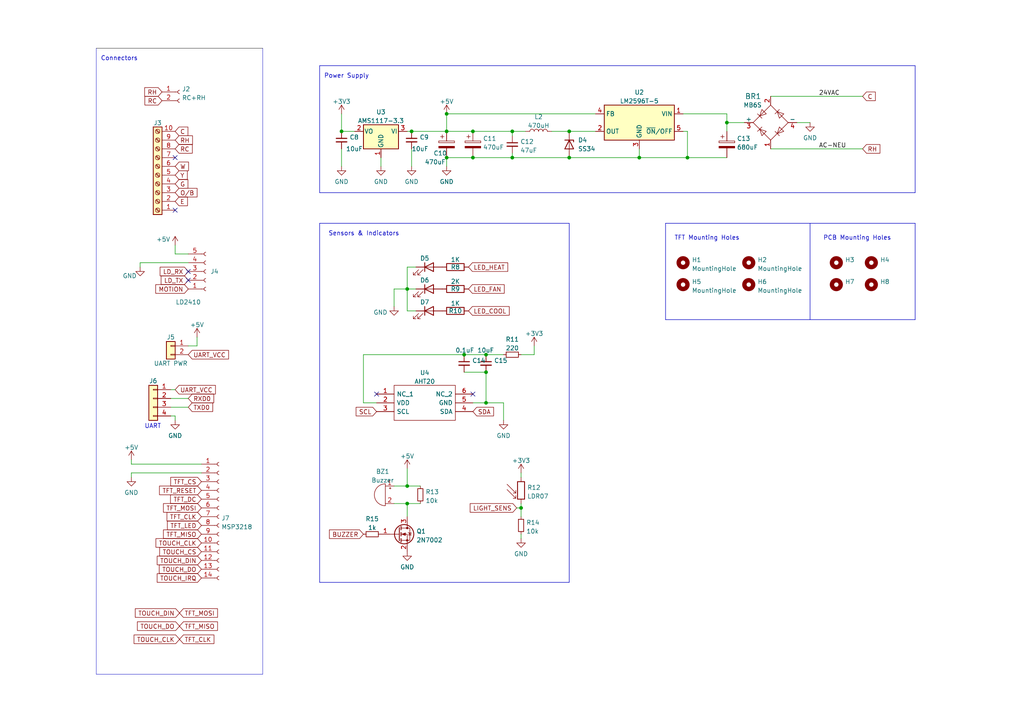
<source format=kicad_sch>
(kicad_sch (version 20211123) (generator eeschema)
  (paper "A4")
  (lib_symbols
    (symbol "+3V3_1" (power) (pin_names (offset 0))
      (property "Value" "+3V3_1" (at 0 3.556 0))
      (symbol "+3V3_1_0_1"
        (polyline (pts (xy -0.762 1.27) (xy 0 2.54)))
        (polyline (pts (xy 0 0) (xy 0 2.54)))
        (polyline (pts (xy 0 2.54) (xy 0.762 1.27)))
      )
      (symbol "+3V3_1_1_1"
        (pin power_in line (at 0 0 90) (length 0) hide (name "+3V3") (number "1"))
      )
    )
    (symbol "Connector:Conn_01x02_Female" (pin_names (offset 1.016) hide)
      (property "Reference" "J" (at 0 2.54 0))
      (property "Value" "Conn_01x02_Female" (at 0 -5.08 0))
      (symbol "Conn_01x02_Female_1_1"
        (arc (start 0 -2.032) (mid -0.508 -2.54) (end 0 -3.048) (stroke (width 0.1524)))
        (polyline (pts (xy -1.27 -2.54) (xy -0.508 -2.54)) (stroke (width 0.1524)))
        (polyline (pts (xy -1.27 0) (xy -0.508 0)) (stroke (width 0.1524)))
        (arc (start 0 0.508) (mid -0.508 0) (end 0 -0.508) (stroke (width 0.1524)))
        (pin passive line (at -5.08 0 0) (length 3.81) (name "Pin_1") (number "1"))
        (pin passive line (at -5.08 -2.54 0) (length 3.81) (name "Pin_2") (number "2"))
      )
    )
    (symbol "Connector:Conn_01x05_Female" (pin_names (offset 1.016) hide)
      (property "Reference" "J" (at 0 7.62 0))
      (property "Value" "Conn_01x05_Female" (at 0 -7.62 0))
      (symbol "Conn_01x05_Female_1_1"
        (arc (start 0 -4.572) (mid -0.508 -5.08) (end 0 -5.588) (stroke (width 0.1524)))
        (arc (start 0 -2.032) (mid -0.508 -2.54) (end 0 -3.048) (stroke (width 0.1524)))
        (polyline (pts (xy -1.27 -5.08) (xy -0.508 -5.08)) (stroke (width 0.1524)))
        (polyline (pts (xy -1.27 -2.54) (xy -0.508 -2.54)) (stroke (width 0.1524)))
        (polyline (pts (xy -1.27 0) (xy -0.508 0)) (stroke (width 0.1524)))
        (polyline (pts (xy -1.27 2.54) (xy -0.508 2.54)) (stroke (width 0.1524)))
        (polyline (pts (xy -1.27 5.08) (xy -0.508 5.08)) (stroke (width 0.1524)))
        (arc (start 0 0.508) (mid -0.508 0) (end 0 -0.508) (stroke (width 0.1524)))
        (arc (start 0 3.048) (mid -0.508 2.54) (end 0 2.032) (stroke (width 0.1524)))
        (arc (start 0 5.588) (mid -0.508 5.08) (end 0 4.572) (stroke (width 0.1524)))
        (pin passive line (at -5.08 5.08 0) (length 3.81) (name "Pin_1") (number "1"))
        (pin passive line (at -5.08 2.54 0) (length 3.81) (name "Pin_2") (number "2"))
        (pin passive line (at -5.08 0 0) (length 3.81) (name "Pin_3") (number "3"))
        (pin passive line (at -5.08 -2.54 0) (length 3.81) (name "Pin_4") (number "4"))
        (pin passive line (at -5.08 -5.08 0) (length 3.81) (name "Pin_5") (number "5"))
      )
    )
    (symbol "Connector:Conn_01x14_Female" (pin_names (offset 1.016) hide)
      (property "Reference" "J" (at 0 17.78 0))
      (property "Value" "Conn_01x14_Female" (at 0 -20.32 0))
      (symbol "Conn_01x14_Female_1_1"
        (arc (start 0 -17.272) (mid -0.508 -17.78) (end 0 -18.288) (stroke (width 0.1524)))
        (arc (start 0 -14.732) (mid -0.508 -15.24) (end 0 -15.748) (stroke (width 0.1524)))
        (arc (start 0 -12.192) (mid -0.508 -12.7) (end 0 -13.208) (stroke (width 0.1524)))
        (arc (start 0 -9.652) (mid -0.508 -10.16) (end 0 -10.668) (stroke (width 0.1524)))
        (arc (start 0 -7.112) (mid -0.508 -7.62) (end 0 -8.128) (stroke (width 0.1524)))
        (arc (start 0 -4.572) (mid -0.508 -5.08) (end 0 -5.588) (stroke (width 0.1524)))
        (arc (start 0 -2.032) (mid -0.508 -2.54) (end 0 -3.048) (stroke (width 0.1524)))
        (polyline (pts (xy -1.27 -17.78) (xy -0.508 -17.78)) (stroke (width 0.1524)))
        (polyline (pts (xy -1.27 -15.24) (xy -0.508 -15.24)) (stroke (width 0.1524)))
        (polyline (pts (xy -1.27 -12.7) (xy -0.508 -12.7)) (stroke (width 0.1524)))
        (polyline (pts (xy -1.27 -10.16) (xy -0.508 -10.16)) (stroke (width 0.1524)))
        (polyline (pts (xy -1.27 -7.62) (xy -0.508 -7.62)) (stroke (width 0.1524)))
        (polyline (pts (xy -1.27 -5.08) (xy -0.508 -5.08)) (stroke (width 0.1524)))
        (polyline (pts (xy -1.27 -2.54) (xy -0.508 -2.54)) (stroke (width 0.1524)))
        (polyline (pts (xy -1.27 0) (xy -0.508 0)) (stroke (width 0.1524)))
        (polyline (pts (xy -1.27 2.54) (xy -0.508 2.54)) (stroke (width 0.1524)))
        (polyline (pts (xy -1.27 5.08) (xy -0.508 5.08)) (stroke (width 0.1524)))
        (polyline (pts (xy -1.27 7.62) (xy -0.508 7.62)) (stroke (width 0.1524)))
        (polyline (pts (xy -1.27 10.16) (xy -0.508 10.16)) (stroke (width 0.1524)))
        (polyline (pts (xy -1.27 12.7) (xy -0.508 12.7)) (stroke (width 0.1524)))
        (polyline (pts (xy -1.27 15.24) (xy -0.508 15.24)) (stroke (width 0.1524)))
        (arc (start 0 0.508) (mid -0.508 0) (end 0 -0.508) (stroke (width 0.1524)))
        (arc (start 0 3.048) (mid -0.508 2.54) (end 0 2.032) (stroke (width 0.1524)))
        (arc (start 0 5.588) (mid -0.508 5.08) (end 0 4.572) (stroke (width 0.1524)))
        (arc (start 0 8.128) (mid -0.508 7.62) (end 0 7.112) (stroke (width 0.1524)))
        (arc (start 0 10.668) (mid -0.508 10.16) (end 0 9.652) (stroke (width 0.1524)))
        (arc (start 0 13.208) (mid -0.508 12.7) (end 0 12.192) (stroke (width 0.1524)))
        (arc (start 0 15.748) (mid -0.508 15.24) (end 0 14.732) (stroke (width 0.1524)))
        (pin passive line (at -5.08 15.24 0) (length 3.81) (name "Pin_1") (number "1"))
        (pin passive line (at -5.08 -7.62 0) (length 3.81) (name "Pin_10") (number "10"))
        (pin passive line (at -5.08 -10.16 0) (length 3.81) (name "Pin_11") (number "11"))
        (pin passive line (at -5.08 -12.7 0) (length 3.81) (name "Pin_12") (number "12"))
        (pin passive line (at -5.08 -15.24 0) (length 3.81) (name "Pin_13") (number "13"))
        (pin passive line (at -5.08 -17.78 0) (length 3.81) (name "Pin_14") (number "14"))
        (pin passive line (at -5.08 12.7 0) (length 3.81) (name "Pin_2") (number "2"))
        (pin passive line (at -5.08 10.16 0) (length 3.81) (name "Pin_3") (number "3"))
        (pin passive line (at -5.08 7.62 0) (length 3.81) (name "Pin_4") (number "4"))
        (pin passive line (at -5.08 5.08 0) (length 3.81) (name "Pin_5") (number "5"))
        (pin passive line (at -5.08 2.54 0) (length 3.81) (name "Pin_6") (number "6"))
        (pin passive line (at -5.08 0 0) (length 3.81) (name "Pin_7") (number "7"))
        (pin passive line (at -5.08 -2.54 0) (length 3.81) (name "Pin_8") (number "8"))
        (pin passive line (at -5.08 -5.08 0) (length 3.81) (name "Pin_9") (number "9"))
      )
    )
    (symbol "Connector:Screw_Terminal_01x10" (pin_names (offset 1.016) hide)
      (property "Reference" "J" (at 0 12.7 0))
      (property "Value" "Screw_Terminal_01x10" (at 0 -15.24 0))
      (symbol "Screw_Terminal_01x10_1_1"
        (rectangle (start -1.27 11.43) (end 1.27 -13.97) (stroke (width 0.254)) (fill (type background)))
        (circle (center 0 -12.7) (radius 0.635) (stroke (width 0.1524)))
        (circle (center 0 -10.16) (radius 0.635) (stroke (width 0.1524)))
        (circle (center 0 -7.62) (radius 0.635) (stroke (width 0.1524)))
        (circle (center 0 -5.08) (radius 0.635) (stroke (width 0.1524)))
        (circle (center 0 -2.54) (radius 0.635) (stroke (width 0.1524)))
        (polyline (pts (xy -0.5334 -12.3698) (xy 0.3302 -13.208)) (stroke (width 0.1524)))
        (polyline (pts (xy -0.5334 -9.8298) (xy 0.3302 -10.668)) (stroke (width 0.1524)))
        (polyline (pts (xy -0.5334 -7.2898) (xy 0.3302 -8.128)) (stroke (width 0.1524)))
        (polyline (pts (xy -0.5334 -4.7498) (xy 0.3302 -5.588)) (stroke (width 0.1524)))
        (polyline (pts (xy -0.5334 -2.2098) (xy 0.3302 -3.048)) (stroke (width 0.1524)))
        (polyline (pts (xy -0.5334 0.3302) (xy 0.3302 -0.508)) (stroke (width 0.1524)))
        (polyline (pts (xy -0.5334 2.8702) (xy 0.3302 2.032)) (stroke (width 0.1524)))
        (polyline (pts (xy -0.5334 5.4102) (xy 0.3302 4.572)) (stroke (width 0.1524)))
        (polyline (pts (xy -0.5334 7.9502) (xy 0.3302 7.112)) (stroke (width 0.1524)))
        (polyline (pts (xy -0.5334 10.4902) (xy 0.3302 9.652)) (stroke (width 0.1524)))
        (polyline (pts (xy -0.3556 -12.192) (xy 0.508 -13.0302)) (stroke (width 0.1524)))
        (polyline (pts (xy -0.3556 -9.652) (xy 0.508 -10.4902)) (stroke (width 0.1524)))
        (polyline (pts (xy -0.3556 -7.112) (xy 0.508 -7.9502)) (stroke (width 0.1524)))
        (polyline (pts (xy -0.3556 -4.572) (xy 0.508 -5.4102)) (stroke (width 0.1524)))
        (polyline (pts (xy -0.3556 -2.032) (xy 0.508 -2.8702)) (stroke (width 0.1524)))
        (polyline (pts (xy -0.3556 0.508) (xy 0.508 -0.3302)) (stroke (width 0.1524)))
        (polyline (pts (xy -0.3556 3.048) (xy 0.508 2.2098)) (stroke (width 0.1524)))
        (polyline (pts (xy -0.3556 5.588) (xy 0.508 4.7498)) (stroke (width 0.1524)))
        (polyline (pts (xy -0.3556 8.128) (xy 0.508 7.2898)) (stroke (width 0.1524)))
        (polyline (pts (xy -0.3556 10.668) (xy 0.508 9.8298)) (stroke (width 0.1524)))
        (circle (center 0 0) (radius 0.635) (stroke (width 0.1524)))
        (circle (center 0 2.54) (radius 0.635) (stroke (width 0.1524)))
        (circle (center 0 5.08) (radius 0.635) (stroke (width 0.1524)))
        (circle (center 0 7.62) (radius 0.635) (stroke (width 0.1524)))
        (circle (center 0 10.16) (radius 0.635) (stroke (width 0.1524)))
        (pin passive line (at -5.08 10.16 0) (length 3.81) (name "Pin_1") (number "1"))
        (pin passive line (at -5.08 -12.7 0) (length 3.81) (name "Pin_10") (number "10"))
        (pin passive line (at -5.08 7.62 0) (length 3.81) (name "Pin_2") (number "2"))
        (pin passive line (at -5.08 5.08 0) (length 3.81) (name "Pin_3") (number "3"))
        (pin passive line (at -5.08 2.54 0) (length 3.81) (name "Pin_4") (number "4"))
        (pin passive line (at -5.08 0 0) (length 3.81) (name "Pin_5") (number "5"))
        (pin passive line (at -5.08 -2.54 0) (length 3.81) (name "Pin_6") (number "6"))
        (pin passive line (at -5.08 -5.08 0) (length 3.81) (name "Pin_7") (number "7"))
        (pin passive line (at -5.08 -7.62 0) (length 3.81) (name "Pin_8") (number "8"))
        (pin passive line (at -5.08 -10.16 0) (length 3.81) (name "Pin_9") (number "9"))
      )
    )
    (symbol "Connector_Generic:Conn_01x02" (pin_names (offset 1.016) hide)
      (property "Reference" "J" (at 0 2.54 0))
      (property "Value" "Conn_01x02" (at 0 -5.08 0))
      (symbol "Conn_01x02_1_1"
        (rectangle (start -1.27 -2.413) (end 0 -2.667) (stroke (width 0.1524)))
        (rectangle (start -1.27 0.127) (end 0 -0.127) (stroke (width 0.1524)))
        (rectangle (start -1.27 1.27) (end 1.27 -3.81) (stroke (width 0.254)) (fill (type background)))
        (pin passive line (at -5.08 0 0) (length 3.81) (name "Pin_1") (number "1"))
        (pin passive line (at -5.08 -2.54 0) (length 3.81) (name "Pin_2") (number "2"))
      )
    )
    (symbol "Connector_Generic:Conn_01x04" (pin_names (offset 1.016) hide)
      (property "Reference" "J" (at 0 5.08 0))
      (property "Value" "Conn_01x04" (at 0 -7.62 0))
      (symbol "Conn_01x04_1_1"
        (rectangle (start -1.27 -4.953) (end 0 -5.207) (stroke (width 0.1524)))
        (rectangle (start -1.27 -2.413) (end 0 -2.667) (stroke (width 0.1524)))
        (rectangle (start -1.27 0.127) (end 0 -0.127) (stroke (width 0.1524)))
        (rectangle (start -1.27 2.667) (end 0 2.413) (stroke (width 0.1524)))
        (rectangle (start -1.27 3.81) (end 1.27 -6.35) (stroke (width 0.254)) (fill (type background)))
        (pin passive line (at -5.08 2.54 0) (length 3.81) (name "Pin_1") (number "1"))
        (pin passive line (at -5.08 0 0) (length 3.81) (name "Pin_2") (number "2"))
        (pin passive line (at -5.08 -2.54 0) (length 3.81) (name "Pin_3") (number "3"))
        (pin passive line (at -5.08 -5.08 0) (length 3.81) (name "Pin_4") (number "4"))
      )
    )
    (symbol "Custom Symbols:AHT20" (pin_names (offset 0.762))
      (property "Reference" "U" (at 24.13 7.62 0))
      (property "Value" "AHT20" (at 24.13 5.08 0))
      (symbol "AHT20_0_0"
        (pin passive line (at 0 0 0) (length 5.08) (name "NC_1") (number "1"))
        (pin passive line (at 0 -2.54 0) (length 5.08) (name "VDD") (number "2"))
        (pin passive line (at 0 -5.08 0) (length 5.08) (name "SCL") (number "3"))
        (pin passive line (at 27.94 -5.08 180) (length 5.08) (name "SDA") (number "4"))
        (pin passive line (at 27.94 -2.54 180) (length 5.08) (name "GND") (number "5"))
        (pin passive line (at 27.94 0 180) (length 5.08) (name "NC_2") (number "6"))
      )
      (symbol "AHT20_0_1"
        (polyline (pts (xy 5.08 2.54) (xy 22.86 2.54) (xy 22.86 -7.62) (xy 5.08 -7.62) (xy 5.08 2.54)) (stroke (width 0.1524)))
      )
    )
    (symbol "Device:Buzzer" (pin_names (offset 0.0254) hide)
      (property "Reference" "BZ" (at 3.81 1.27 0))
      (property "Value" "Buzzer" (at 3.81 -1.27 0))
      (symbol "Buzzer_0_1"
        (arc (start 0 -3.175) (mid 3.175 0) (end 0 3.175))
        (polyline (pts (xy -1.651 1.905) (xy -1.143 1.905)))
        (polyline (pts (xy -1.397 2.159) (xy -1.397 1.651)))
        (polyline (pts (xy 0 3.175) (xy 0 -3.175)))
      )
      (symbol "Buzzer_1_1"
        (pin passive line (at -2.54 2.54 0) (length 2.54) (name "-") (number "1"))
        (pin passive line (at -2.54 -2.54 0) (length 2.54) (name "+") (number "2"))
      )
    )
    (symbol "Device:C_Polarized" (pin_numbers hide) (pin_names (offset 0.254))
      (property "Reference" "C" (at 0.635 2.54 0))
      (property "Value" "C_Polarized" (at 0.635 -2.54 0))
      (symbol "C_Polarized_0_1"
        (rectangle (start -2.286 0.508) (end 2.286 1.016))
        (polyline (pts (xy -1.778 2.286) (xy -0.762 2.286)))
        (polyline (pts (xy -1.27 2.794) (xy -1.27 1.778)))
        (rectangle (start 2.286 -0.508) (end -2.286 -1.016) (fill (type outline)))
      )
      (symbol "C_Polarized_1_1"
        (pin passive line (at 0 3.81 270) (length 2.794) (name "~") (number "1"))
        (pin passive line (at 0 -3.81 90) (length 2.794) (name "~") (number "2"))
      )
    )
    (symbol "Device:C_Small" (pin_numbers hide) (pin_names (offset 0.254) hide)
      (property "Reference" "C" (at 0.254 1.778 0))
      (property "Value" "C_Small" (at 0.254 -2.032 0))
      (symbol "C_Small_0_1"
        (polyline (pts (xy -1.524 -0.508) (xy 1.524 -0.508)) (stroke (width 0.3302)))
        (polyline (pts (xy -1.524 0.508) (xy 1.524 0.508)) (stroke (width 0.3048)))
      )
      (symbol "C_Small_1_1"
        (pin passive line (at 0 2.54 270) (length 2.032) (name "~") (number "1"))
        (pin passive line (at 0 -2.54 90) (length 2.032) (name "~") (number "2"))
      )
    )
    (symbol "Device:L" (pin_numbers hide) (pin_names (offset 1.016) hide)
      (property "Reference" "L" (at -1.27 0 90))
      (property "Value" "L" (at 1.905 0 90))
      (symbol "L_0_1"
        (arc (start 0 -2.54) (mid 0.635 -1.905) (end 0 -1.27))
        (arc (start 0 -1.27) (mid 0.635 -0.635) (end 0 0))
        (arc (start 0 0) (mid 0.635 0.635) (end 0 1.27))
        (arc (start 0 1.27) (mid 0.635 1.905) (end 0 2.54))
      )
      (symbol "L_1_1"
        (pin passive line (at 0 3.81 270) (length 1.27) (name "1") (number "1"))
        (pin passive line (at 0 -3.81 90) (length 1.27) (name "2") (number "2"))
      )
    )
    (symbol "Device:LED" (pin_numbers hide) (pin_names (offset 1.016) hide)
      (property "Reference" "D" (at 0 2.54 0))
      (property "Value" "LED" (at 0 -2.54 0))
      (symbol "LED_0_1"
        (polyline (pts (xy -1.27 -1.27) (xy -1.27 1.27)) (stroke (width 0.254)))
        (polyline (pts (xy -1.27 0) (xy 1.27 0)))
        (polyline (pts (xy 1.27 -1.27) (xy 1.27 1.27) (xy -1.27 0) (xy 1.27 -1.27)) (stroke (width 0.254)))
        (polyline (pts (xy -3.048 -0.762) (xy -4.572 -2.286) (xy -3.81 -2.286) (xy -4.572 -2.286) (xy -4.572 -1.524)))
        (polyline (pts (xy -1.778 -0.762) (xy -3.302 -2.286) (xy -2.54 -2.286) (xy -3.302 -2.286) (xy -3.302 -1.524)))
      )
      (symbol "LED_1_1"
        (pin passive line (at -3.81 0 0) (length 2.54) (name "K") (number "1"))
        (pin passive line (at 3.81 0 180) (length 2.54) (name "A") (number "2"))
      )
    )
    (symbol "Device:R" (pin_numbers hide) (pin_names (offset 0))
      (property "Reference" "R" (at 2.032 0 90))
      (property "Value" "R" (at 0 0 90))
      (symbol "R_0_1"
        (rectangle (start -1.016 -2.54) (end 1.016 2.54) (stroke (width 0.254)))
      )
      (symbol "R_1_1"
        (pin passive line (at 0 3.81 270) (length 1.27) (name "~") (number "1"))
        (pin passive line (at 0 -3.81 90) (length 1.27) (name "~") (number "2"))
      )
    )
    (symbol "Device:R_Small" (pin_numbers hide) (pin_names (offset 0.254) hide)
      (property "Reference" "R" (at 0.762 0.508 0))
      (property "Value" "R_Small" (at 0.762 -1.016 0))
      (symbol "R_Small_0_1"
        (rectangle (start -0.762 1.778) (end 0.762 -1.778) (stroke (width 0.2032)))
      )
      (symbol "R_Small_1_1"
        (pin passive line (at 0 2.54 270) (length 0.762) (name "~") (number "1"))
        (pin passive line (at 0 -2.54 90) (length 0.762) (name "~") (number "2"))
      )
    )
    (symbol "Diode:1N47xxA" (pin_numbers hide) (pin_names hide)
      (property "Reference" "D" (at 0 2.54 0))
      (property "Value" "1N47xxA" (at 0 -2.54 0))
      (symbol "1N47xxA_0_1"
        (polyline (pts (xy 1.27 0) (xy -1.27 0)))
        (polyline (pts (xy -1.27 -1.27) (xy -1.27 1.27) (xy -0.762 1.27)) (stroke (width 0.254)))
        (polyline (pts (xy 1.27 -1.27) (xy 1.27 1.27) (xy -1.27 0) (xy 1.27 -1.27)) (stroke (width 0.254)))
      )
      (symbol "1N47xxA_1_1"
        (pin passive line (at -3.81 0 0) (length 2.54) (name "K") (number "1"))
        (pin passive line (at 3.81 0 180) (length 2.54) (name "A") (number "2"))
      )
    )
    (symbol "Diode_Bridge:MB6S" (pin_names (offset 0))
      (property "Reference" "D" (at 2.54 6.985 0))
      (property "Value" "MB6S" (at 2.54 5.08 0))
      (symbol "MB6S_0_1"
        (polyline (pts (xy -2.54 3.81) (xy -1.27 2.54)))
        (polyline (pts (xy -1.27 -2.54) (xy -2.54 -3.81)))
        (polyline (pts (xy 2.54 -1.27) (xy 3.81 -2.54)))
        (polyline (pts (xy 2.54 1.27) (xy 3.81 2.54)))
        (polyline (pts (xy -3.81 2.54) (xy -2.54 1.27) (xy -1.905 3.175) (xy -3.81 2.54)))
        (polyline (pts (xy -2.54 -1.27) (xy -3.81 -2.54) (xy -1.905 -3.175) (xy -2.54 -1.27)))
        (polyline (pts (xy 1.27 2.54) (xy 2.54 3.81) (xy 3.175 1.905) (xy 1.27 2.54)))
        (polyline (pts (xy 3.175 -1.905) (xy 1.27 -2.54) (xy 2.54 -3.81) (xy 3.175 -1.905)))
        (polyline (pts (xy -5.08 0) (xy 0 -5.08) (xy 5.08 0) (xy 0 5.08) (xy -5.08 0)))
      )
      (symbol "MB6S_1_1"
        (pin passive line (at 0 -7.62 90) (length 2.54) (name "~") (number "1"))
        (pin passive line (at 0 7.62 270) (length 2.54) (name "~") (number "2"))
        (pin passive line (at 7.62 0 180) (length 2.54) (name "+") (number "3"))
        (pin passive line (at -7.62 0 0) (length 2.54) (name "-") (number "4"))
      )
    )
    (symbol "Mechanical:MountingHole" (pin_numbers hide) (pin_names (offset 1.016) hide)
      (property "Reference" "H" (at 0 5.08 0))
      (property "Value" "MountingHole" (at 0 3.175 0))
      (symbol "MountingHole_0_1"
        (circle (center 0 0) (radius 1.27) (stroke (width 1.27)))
      )
    )
    (symbol "Regulator_Linear:AMS1117-3.3" (pin_names (offset 0.254))
      (property "Reference" "U" (at -3.81 3.175 0))
      (property "Value" "AMS1117-3.3" (at 0 3.175 0))
      (symbol "AMS1117-3.3_0_1"
        (rectangle (start -5.08 -5.08) (end 5.08 1.905) (stroke (width 0.254)) (fill (type background)))
      )
      (symbol "AMS1117-3.3_1_1"
        (pin power_in line (at 0 -7.62 90) (length 2.54) (name "GND") (number "1"))
        (pin power_out line (at 7.62 0 180) (length 2.54) (name "VO") (number "2"))
        (pin power_in line (at -7.62 0 0) (length 2.54) (name "VI") (number "3"))
      )
    )
    (symbol "Regulator_Switching:LM2596T-5"
      (property "Reference" "U" (at -10.16 6.35 0))
      (property "Value" "LM2596T-5" (at 0 6.35 0))
      (symbol "LM2596T-5_0_1"
        (rectangle (start -10.16 5.08) (end 10.16 -5.08) (stroke (width 0.254)) (fill (type background)))
      )
      (symbol "LM2596T-5_1_1"
        (pin power_in line (at -12.7 2.54 0) (length 2.54) (name "VIN") (number "1"))
        (pin output line (at 12.7 -2.54 180) (length 2.54) (name "OUT") (number "2"))
        (pin power_in line (at 0 -7.62 90) (length 2.54) (name "GND") (number "3"))
        (pin input line (at 12.7 2.54 180) (length 2.54) (name "FB") (number "4"))
        (pin input line (at -12.7 -2.54 0) (length 2.54) (name "~{ON}/OFF") (number "5"))
      )
    )
    (symbol "Sensor_Optical:LDR07" (pin_numbers hide) (pin_names (offset 0))
      (property "Reference" "R" (at -5.08 0 90))
      (property "Value" "LDR07" (at 1.905 0 90))
      (symbol "LDR07_0_1"
        (rectangle (start -1.016 2.54) (end 1.016 -2.54) (stroke (width 0.254)))
        (polyline (pts (xy -1.524 -2.286) (xy -4.064 0.254)))
        (polyline (pts (xy -1.524 -2.286) (xy -2.286 -2.286)))
        (polyline (pts (xy -1.524 -2.286) (xy -1.524 -1.524)))
        (polyline (pts (xy -1.524 -0.762) (xy -4.064 1.778)))
        (polyline (pts (xy -1.524 -0.762) (xy -2.286 -0.762)))
        (polyline (pts (xy -1.524 -0.762) (xy -1.524 0)))
      )
      (symbol "LDR07_1_1"
        (pin passive line (at 0 3.81 270) (length 1.27) (name "~") (number "1"))
        (pin passive line (at 0 -3.81 90) (length 1.27) (name "~") (number "2"))
      )
    )
    (symbol "Transistor_FET:2N7002" (pin_names hide)
      (property "Reference" "Q" (at 5.08 1.905 0))
      (property "Value" "2N7002" (at 5.08 0 0))
      (symbol "2N7002_0_1"
        (polyline (pts (xy 0.254 0) (xy -2.54 0)))
        (polyline (pts (xy 0.254 1.905) (xy 0.254 -1.905)) (stroke (width 0.254)))
        (polyline (pts (xy 0.762 -1.27) (xy 0.762 -2.286)) (stroke (width 0.254)))
        (polyline (pts (xy 0.762 0.508) (xy 0.762 -0.508)) (stroke (width 0.254)))
        (polyline (pts (xy 0.762 2.286) (xy 0.762 1.27)) (stroke (width 0.254)))
        (polyline (pts (xy 2.54 2.54) (xy 2.54 1.778)))
        (polyline (pts (xy 2.54 -2.54) (xy 2.54 0) (xy 0.762 0)))
        (polyline (pts (xy 0.762 -1.778) (xy 3.302 -1.778) (xy 3.302 1.778) (xy 0.762 1.778)))
        (polyline (pts (xy 1.016 0) (xy 2.032 0.381) (xy 2.032 -0.381) (xy 1.016 0)) (fill (type outline)))
        (polyline (pts (xy 2.794 0.508) (xy 2.921 0.381) (xy 3.683 0.381) (xy 3.81 0.254)))
        (polyline (pts (xy 3.302 0.381) (xy 2.921 -0.254) (xy 3.683 -0.254) (xy 3.302 0.381)))
        (circle (center 1.651 0) (radius 2.794) (stroke (width 0.254)))
        (circle (center 2.54 -1.778) (radius 0.254) (fill (type outline)))
        (circle (center 2.54 1.778) (radius 0.254) (fill (type outline)))
      )
      (symbol "2N7002_1_1"
        (pin input line (at -5.08 0 0) (length 2.54) (name "G") (number "1"))
        (pin passive line (at 2.54 -5.08 90) (length 2.54) (name "S") (number "2"))
        (pin passive line (at 2.54 5.08 270) (length 2.54) (name "D") (number "3"))
      )
    )
    (symbol "power:+3V3" (power) (pin_names (offset 0))
      (property "Value" "+3V3" (at 0 3.556 0))
      (symbol "+3V3_0_1"
        (polyline (pts (xy -0.762 1.27) (xy 0 2.54)))
        (polyline (pts (xy 0 0) (xy 0 2.54)))
        (polyline (pts (xy 0 2.54) (xy 0.762 1.27)))
      )
      (symbol "+3V3_1_1"
        (pin power_in line (at 0 0 90) (length 0) hide (name "+3V3") (number "1"))
      )
    )
    (symbol "power:+5V" (power) (pin_names (offset 0))
      (property "Value" "+5V" (at 0 3.556 0))
      (symbol "+5V_0_1"
        (polyline (pts (xy -0.762 1.27) (xy 0 2.54)))
        (polyline (pts (xy 0 0) (xy 0 2.54)))
        (polyline (pts (xy 0 2.54) (xy 0.762 1.27)))
      )
      (symbol "+5V_1_1"
        (pin power_in line (at 0 0 90) (length 0) hide (name "+5V") (number "1"))
      )
    )
    (symbol "power:GND" (power) (pin_names (offset 0))
      (property "Value" "GND" (at 0 -3.81 0))
      (symbol "GND_0_1"
        (polyline (pts (xy 0 0) (xy 0 -1.27) (xy 1.27 -1.27) (xy 0 -2.54) (xy -1.27 -1.27) (xy 0 -1.27)))
      )
      (symbol "GND_1_1"
        (pin power_in line (at 0 0 270) (length 0) hide (name "GND") (number "1"))
      )
    )
  )
  (junction (at 119.38 38.1))
  (junction (at 148.59 38.1))
  (junction (at 134.62 102.87))
  (junction (at 118.11 146.05))
  (junction (at 140.97 107.95))
  (junction (at 140.97 116.84))
  (junction (at 199.39 45.72))
  (junction (at 118.11 83.82))
  (junction (at 140.97 102.87))
  (junction (at 137.16 45.72))
  (junction (at 129.54 45.72))
  (junction (at 165.1 38.1))
  (junction (at 165.1 45.72))
  (junction (at 99.06 38.1))
  (junction (at 137.16 38.1))
  (junction (at 185.42 45.72))
  (junction (at 129.54 38.1))
  (junction (at 210.82 35.56))
  (junction (at 129.54 33.02))
  (junction (at 118.11 140.97))
  (junction (at 151.13 147.32))
  (junction (at 148.59 45.72))
  (no_connect (at 54.61 81.28))
  (no_connect (at 54.61 78.74))
  (no_connect (at 109.22 114.3))
  (no_connect (at 50.8 60.96))
  (no_connect (at 137.16 114.3))
  (no_connect (at 50.8 45.72))
  (wire (pts (xy 223.52 27.94) (xy 250.19 27.94)))
  (wire (pts (xy 49.53 120.65) (xy 50.8 120.65)))
  (wire (pts (xy 38.1 134.62) (xy 58.42 134.62)))
  (wire (pts (xy 105.41 116.84) (xy 109.22 116.84)))
  (wire (pts (xy 118.11 90.17) (xy 118.11 83.82)))
  (wire (pts (xy 50.8 73.66) (xy 50.8 71.12)))
  (polyline (pts (xy 92.71 168.91) (xy 165.1 168.91)) (stroke (width 0) (type solid)))
  (wire (pts (xy 134.62 102.87) (xy 105.41 102.87)))
  (wire (pts (xy 149.86 147.32) (xy 151.13 147.32)))
  (wire (pts (xy 151.13 154.94) (xy 151.13 156.21)))
  (polyline (pts (xy 92.71 19.05) (xy 265.43 19.05)) (stroke (width 0) (type solid)))
  (wire (pts (xy 120.65 77.47) (xy 118.11 77.47)))
  (wire (pts (xy 99.06 43.18) (xy 99.06 48.26)))
  (wire (pts (xy 140.97 102.87) (xy 146.05 102.87)))
  (wire (pts (xy 148.59 45.72) (xy 165.1 45.72)))
  (wire (pts (xy 151.13 102.87) (xy 154.94 102.87)))
  (wire (pts (xy 49.53 113.03) (xy 50.8 113.03)))
  (wire (pts (xy 210.82 35.56) (xy 215.9 35.56)))
  (wire (pts (xy 199.39 45.72) (xy 210.82 45.72)))
  (polyline (pts (xy 193.04 64.77) (xy 265.43 64.77)) (stroke (width 0) (type solid)))
  (wire (pts (xy 49.53 118.11) (xy 54.61 118.11)))
  (polyline (pts (xy 265.43 64.77) (xy 265.43 92.71)) (stroke (width 0) (type solid)))
  (wire (pts (xy 231.14 35.56) (xy 234.95 35.56)))
  (polyline (pts (xy 165.1 168.91) (xy 165.1 64.77)) (stroke (width 0) (type solid)))
  (wire (pts (xy 105.41 102.87) (xy 105.41 116.84)))
  (wire (pts (xy 38.1 133.35) (xy 38.1 134.62)))
  (polyline (pts (xy 27.94 13.97) (xy 27.94 195.58)) (stroke (width 0.1) (type solid)))
  (wire (pts (xy 129.54 45.72) (xy 129.54 48.26)))
  (wire (pts (xy 54.61 73.66) (xy 50.8 73.66)))
  (wire (pts (xy 140.97 116.84) (xy 146.05 116.84)))
  (polyline (pts (xy 76.2 13.97) (xy 76.2 195.58)) (stroke (width 0.1) (type solid)))
  (wire (pts (xy 40.64 77.47) (xy 40.64 76.2)))
  (wire (pts (xy 118.11 146.05) (xy 121.92 146.05)))
  (wire (pts (xy 140.97 116.84) (xy 137.16 116.84)))
  (wire (pts (xy 49.53 115.57) (xy 54.61 115.57)))
  (wire (pts (xy 134.62 102.87) (xy 140.97 102.87)))
  (wire (pts (xy 134.62 107.95) (xy 140.97 107.95)))
  (wire (pts (xy 198.12 33.02) (xy 210.82 33.02)))
  (wire (pts (xy 118.11 83.82) (xy 120.65 83.82)))
  (polyline (pts (xy 92.71 19.05) (xy 92.71 55.88)) (stroke (width 0) (type solid)))
  (wire (pts (xy 114.3 83.82) (xy 114.3 88.9)))
  (polyline (pts (xy 92.71 64.77) (xy 92.71 168.91)) (stroke (width 0) (type solid)))
  (wire (pts (xy 198.12 38.1) (xy 199.39 38.1)))
  (wire (pts (xy 199.39 38.1) (xy 199.39 45.72)))
  (wire (pts (xy 129.54 45.72) (xy 137.16 45.72)))
  (wire (pts (xy 148.59 44.45) (xy 148.59 45.72)))
  (polyline (pts (xy 27.94 13.97) (xy 76.2 13.97)) (stroke (width 0.1) (type solid) (color 0 0 0 1)))
  (wire (pts (xy 160.02 38.1) (xy 165.1 38.1)))
  (wire (pts (xy 148.59 38.1) (xy 148.59 39.37)))
  (wire (pts (xy 210.82 33.02) (xy 210.82 35.56)))
  (wire (pts (xy 154.94 102.87) (xy 154.94 100.33)))
  (wire (pts (xy 114.3 83.82) (xy 118.11 83.82)))
  (wire (pts (xy 151.13 137.16) (xy 151.13 138.43)))
  (wire (pts (xy 119.38 38.1) (xy 129.54 38.1)))
  (polyline (pts (xy 92.71 64.77) (xy 165.1 64.77)) (stroke (width 0) (type solid)))
  (polyline (pts (xy 193.04 92.71) (xy 265.43 92.71)) (stroke (width 0) (type solid)))
  (wire (pts (xy 223.52 43.18) (xy 250.19 43.18)))
  (wire (pts (xy 165.1 45.72) (xy 185.42 45.72)))
  (wire (pts (xy 110.49 45.72) (xy 110.49 48.26)))
  (wire (pts (xy 57.15 100.33) (xy 54.61 100.33)))
  (wire (pts (xy 129.54 38.1) (xy 137.16 38.1)))
  (wire (pts (xy 137.16 38.1) (xy 148.59 38.1)))
  (wire (pts (xy 151.13 147.32) (xy 151.13 149.86)))
  (wire (pts (xy 129.54 38.1) (xy 129.54 33.02)))
  (wire (pts (xy 118.11 38.1) (xy 119.38 38.1)))
  (polyline (pts (xy 193.04 64.77) (xy 193.04 92.71)) (stroke (width 0) (type solid)))
  (wire (pts (xy 118.11 140.97) (xy 121.92 140.97)))
  (polyline (pts (xy 265.43 55.88) (xy 92.71 55.88)) (stroke (width 0) (type solid)))
  (wire (pts (xy 165.1 38.1) (xy 172.72 38.1)))
  (wire (pts (xy 118.11 135.89) (xy 118.11 140.97)))
  (wire (pts (xy 40.64 76.2) (xy 54.61 76.2)))
  (wire (pts (xy 185.42 45.72) (xy 185.42 43.18)))
  (wire (pts (xy 185.42 45.72) (xy 199.39 45.72)))
  (wire (pts (xy 120.65 90.17) (xy 118.11 90.17)))
  (polyline (pts (xy 76.2 195.58) (xy 27.94 195.58)) (stroke (width 0.1) (type solid)))
  (wire (pts (xy 151.13 146.05) (xy 151.13 147.32)))
  (wire (pts (xy 119.38 43.18) (xy 119.38 48.26)))
  (wire (pts (xy 57.15 97.79) (xy 57.15 100.33)))
  (polyline (pts (xy 265.43 19.05) (xy 265.43 55.88)) (stroke (width 0) (type solid)))
  (wire (pts (xy 50.8 120.65) (xy 50.8 121.92)))
  (wire (pts (xy 118.11 77.47) (xy 118.11 83.82)))
  (wire (pts (xy 129.54 33.02) (xy 172.72 33.02)))
  (polyline (pts (xy 234.95 64.77) (xy 234.95 92.71)) (stroke (width 0) (type solid)))
  (wire (pts (xy 114.3 146.05) (xy 118.11 146.05)))
  (wire (pts (xy 99.06 38.1) (xy 99.06 33.02)))
  (wire (pts (xy 102.87 38.1) (xy 99.06 38.1)))
  (wire (pts (xy 137.16 45.72) (xy 148.59 45.72)))
  (wire (pts (xy 210.82 35.56) (xy 210.82 38.1)))
  (wire (pts (xy 118.11 140.97) (xy 114.3 140.97)))
  (wire (pts (xy 140.97 107.95) (xy 140.97 116.84)))
  (wire (pts (xy 38.1 137.16) (xy 58.42 137.16)))
  (wire (pts (xy 148.59 38.1) (xy 152.4 38.1)))
  (wire (pts (xy 118.11 146.05) (xy 118.11 149.86)))
  (wire (pts (xy 146.05 116.84) (xy 146.05 121.92)))
  (wire (pts (xy 38.1 138.43) (xy 38.1 137.16)))
  (text "UART" (at 41.91 124.46 0) (effects (font (size 1.27 1.27)) (justify left bottom)))
  (text "PCB Mounting Holes" (at 238.76 69.85 0) (effects (font (size 1.27 1.27)) (justify left bottom)))
  (text "Power Supply" (at 93.98 22.86 0) (effects (font (size 1.27 1.27)) (justify left bottom)))
  (text "TFT Mounting Holes" (at 195.58 69.85 0) (effects (font (size 1.27 1.27)) (justify left bottom)))
  (text "Connectors" (at 29.21 17.78 0) (effects (font (size 1.27 1.27)) (justify left bottom)))
  (text "Sensors & Indicators" (at 95.25 68.58 0) (effects (font (size 1.27 1.27)) (justify left bottom)))
  (label "24VAC" (at 237.49 27.94 0))
  (label "AC-NEU" (at 237.49 43.18 0))
  (global_label "SDA" (shape input) (at 137.16 119.38 0) (property "Intersheet References" "${INTERSHEET_REFS}" (effects hide)))
  (global_label "TFT_LED" (shape input) (at 58.42 152.4 180) (property "Intersheet References" "${INTERSHEET_REFS}" (effects hide)))
  (global_label "TOUCH_IRQ" (shape input) (at 58.42 167.64 180) (property "Intersheet References" "${INTERSHEET_REFS}" (effects hide)))
  (global_label "LED_HEAT" (shape input) (at 135.89 77.47 0) (property "Intersheet References" "${INTERSHEET_REFS}" (effects hide)))
  (global_label "TFT_MOSI" (shape input) (at 58.42 147.32 180) (property "Intersheet References" "${INTERSHEET_REFS}" (effects hide)))
  (global_label "LD_TX" (shape input) (at 54.61 81.28 180) (property "Intersheet References" "${INTERSHEET_REFS}" (effects hide)))
  (global_label "C" (shape input) (at 50.8 38.1 0) (property "Intersheet References" "${INTERSHEET_REFS}" (effects hide)))
  (global_label "SCL" (shape input) (at 109.22 119.38 180) (property "Intersheet References" "${INTERSHEET_REFS}" (effects hide)))
  (global_label "MOTION" (shape input) (at 54.61 83.82 180) (property "Intersheet References" "${INTERSHEET_REFS}" (effects hide)))
  (global_label "RC" (shape input) (at 50.8 43.18 0) (property "Intersheet References" "${INTERSHEET_REFS}" (effects hide)))
  (global_label "E" (shape input) (at 50.8 58.42 0) (property "Intersheet References" "${INTERSHEET_REFS}" (effects hide)))
  (global_label "Y" (shape input) (at 50.8 50.8 0) (property "Intersheet References" "${INTERSHEET_REFS}" (effects hide)))
  (global_label "TOUCH_CS" (shape input) (at 58.42 160.02 180) (property "Intersheet References" "${INTERSHEET_REFS}" (effects hide)))
  (global_label "TOUCH_DO" (shape input) (at 58.42 165.1 180) (property "Intersheet References" "${INTERSHEET_REFS}" (effects hide)))
  (global_label "TFT_MISO" (shape input) (at 58.42 154.94 180) (property "Intersheet References" "${INTERSHEET_REFS}" (effects hide)))
  (global_label "TFT_CS" (shape input) (at 58.42 139.7 180) (property "Intersheet References" "${INTERSHEET_REFS}" (effects hide)))
  (global_label "TOUCH_DO" (shape input) (at 52.07 181.61 180) (property "Intersheet References" "${INTERSHEET_REFS}" (effects hide)))
  (global_label "TOUCH_CLK" (shape input) (at 52.07 185.42 180) (property "Intersheet References" "${INTERSHEET_REFS}" (effects hide)))
  (global_label "TFT_DC" (shape input) (at 58.42 144.78 180) (property "Intersheet References" "${INTERSHEET_REFS}" (effects hide)))
  (global_label "O{slash}B" (shape input) (at 50.8 55.88 0) (property "Intersheet References" "${INTERSHEET_REFS}" (effects hide)))
  (global_label "RH" (shape input) (at 46.99 26.67 180) (property "Intersheet References" "${INTERSHEET_REFS}" (effects hide)))
  (global_label "TFT_MOSI" (shape input) (at 52.07 177.8 0) (property "Intersheet References" "${INTERSHEET_REFS}" (effects hide)))
  (global_label "RC" (shape input) (at 46.99 29.21 180) (property "Intersheet References" "${INTERSHEET_REFS}" (effects hide)))
  (global_label "LIGHT_SENS" (shape input) (at 149.86 147.32 180) (property "Intersheet References" "${INTERSHEET_REFS}" (effects hide)))
  (global_label "TFT_CLK" (shape input) (at 58.42 149.86 180) (property "Intersheet References" "${INTERSHEET_REFS}" (effects hide)))
  (global_label "TFT_RESET" (shape input) (at 58.42 142.24 180) (property "Intersheet References" "${INTERSHEET_REFS}" (effects hide)))
  (global_label "G" (shape input) (at 50.8 53.34 0) (property "Intersheet References" "${INTERSHEET_REFS}" (effects hide)))
  (global_label "TXD0" (shape input) (at 54.61 118.11 0) (property "Intersheet References" "${INTERSHEET_REFS}" (effects hide)))
  (global_label "TOUCH_CLK" (shape input) (at 58.42 157.48 180) (property "Intersheet References" "${INTERSHEET_REFS}" (effects hide)))
  (global_label "TFT_CLK" (shape input) (at 52.07 185.42 0) (property "Intersheet References" "${INTERSHEET_REFS}" (effects hide)))
  (global_label "C" (shape input) (at 250.19 27.94 0) (property "Intersheet References" "${INTERSHEET_REFS}" (effects hide)))
  (global_label "LED_COOL" (shape input) (at 135.89 90.17 0) (property "Intersheet References" "${INTERSHEET_REFS}" (effects hide)))
  (global_label "LD_RX" (shape input) (at 54.61 78.74 180) (property "Intersheet References" "${INTERSHEET_REFS}" (effects hide)))
  (global_label "TOUCH_DIN" (shape input) (at 58.42 162.56 180) (property "Intersheet References" "${INTERSHEET_REFS}" (effects hide)))
  (global_label "RH" (shape input) (at 50.8 40.64 0) (property "Intersheet References" "${INTERSHEET_REFS}" (effects hide)))
  (global_label "TFT_MISO" (shape input) (at 52.07 181.61 0) (property "Intersheet References" "${INTERSHEET_REFS}" (effects hide)))
  (global_label "UART_VCC" (shape input) (at 50.8 113.03 0) (property "Intersheet References" "${INTERSHEET_REFS}" (effects hide)))
  (global_label "W" (shape input) (at 50.8 48.26 0) (property "Intersheet References" "${INTERSHEET_REFS}" (effects hide)))
  (global_label "BUZZER" (shape input) (at 105.41 154.94 180) (property "Intersheet References" "${INTERSHEET_REFS}" (effects hide)))
  (global_label "LED_FAN" (shape input) (at 135.89 83.82 0) (property "Intersheet References" "${INTERSHEET_REFS}" (effects hide)))
  (global_label "TOUCH_DIN" (shape input) (at 52.07 177.8 180) (property "Intersheet References" "${INTERSHEET_REFS}" (effects hide)))
  (global_label "RH" (shape input) (at 250.19 43.18 0) (property "Intersheet References" "${INTERSHEET_REFS}" (effects hide)))
  (global_label "UART_VCC" (shape input) (at 54.61 102.87 0) (property "Intersheet References" "${INTERSHEET_REFS}" (effects hide)))
  (global_label "RXD0" (shape input) (at 54.61 115.57 0) (property "Intersheet References" "${INTERSHEET_REFS}" (effects hide)))
  (symbol (lib_id "power:GND") (at 129.54 48.26 0) (unit 1)
    (property "Reference" "#PWR024" (effects hide))
    (property "Value" "GND" (at 129.54 52.7034 0))
  )
  (symbol (lib_id "Mechanical:MountingHole") (at 217.17 82.55 0) (unit 1) (in_bom no)
    (property "Reference" "H6" (at 219.71 81.7153 0) (effects (justify left)))
    (property "Value" "MountingHole" (at 219.71 84.2522 0) (effects (justify left)))
    (property "Footprint" "MountingHole:MountingHole_2.7mm_M2.5" (effects hide))
  )
  (symbol (lib_id "Device:C_Small") (at 148.59 41.91 0) (unit 1)
    (property "Reference" "C12" (at 150.9141 41.0816 0) (effects (justify left)))
    (property "Value" "47uF" (at 150.9141 43.6185 0) (effects (justify left)))
    (property "Footprint" "Capacitor_SMD:CP_Elec_6.3x7.7" (effects hide))
    (property "LCSC" "C2164444" (effects hide))
    (property "Part Number" "16THV47M6.3X8" (effects hide))
  )
  (symbol (lib_id "Transistor_FET:2N7002") (at 115.57 154.94 0) (unit 1)
    (property "Reference" "Q1" (at 120.777 154.1053 0) (effects (justify left)))
    (property "Value" "2N7002" (at 120.777 156.6422 0) (effects (justify left)))
    (property "Footprint" "Package_TO_SOT_SMD:SOT-23" (effects hide))
    (property "Datasheet" "https://www.onsemi.com/pub/Collateral/NDS7002A-D.PDF" (effects hide))
    (property "LCSC" "C8545" (effects hide))
  )
  (symbol (lib_id "Connector:Conn_01x05_Female") (at 59.69 78.74 0) (mirror x) (unit 1)
    (property "Reference" "J4" (at 62.23 78.74 0))
    (property "Value" "LD2410" (at 54.61 87.63 0))
    (property "Footprint" "Connector_PinSocket_1.27mm:PinSocket_1x05_P1.27mm_Vertical_SMD_Pin1Right" (effects hide))
    (property "LCSC" "C2881514" (effects hide))
  )
  (symbol (lib_id "power:GND") (at 114.3 88.9 0) (mirror y) (unit 1)
    (property "Reference" "#PWR027" (effects hide))
    (property "Value" "GND" (at 112.395 90.6038 0) (effects (justify left)))
  )
  (symbol (lib_id "power:+3V3") (at 151.13 137.16 0) (unit 1)
    (property "Reference" "#PWR034" (effects hide))
    (property "Value" "+3V3" (at 151.13 133.5842 0))
  )
  (symbol (lib_id "power:GND") (at 146.05 121.92 0) (unit 1)
    (property "Reference" "#PWR031" (effects hide))
    (property "Value" "GND" (at 146.05 126.3634 0))
  )
  (symbol (lib_name "+3V3_1") (lib_id "power:+3V3") (at 99.06 33.02 0) (unit 1)
    (property "Reference" "#PWR018" (effects hide))
    (property "Value" "+3V3" (at 99.06 29.4442 0))
  )
  (symbol (lib_id "Mechanical:MountingHole") (at 198.12 76.2 0) (unit 1) (in_bom no)
    (property "Reference" "H1" (at 200.66 75.3653 0) (effects (justify left)))
    (property "Value" "MountingHole" (at 200.66 77.9022 0) (effects (justify left)))
    (property "Footprint" "MountingHole:MountingHole_2.7mm_M2.5" (effects hide))
  )
  (symbol (lib_id "power:GND") (at 38.1 138.43 0) (unit 1)
    (property "Reference" "#PWR035" (effects hide))
    (property "Value" "GND" (at 38.1 142.8734 0))
  )
  (symbol (lib_id "Device:C_Small") (at 99.06 40.64 0) (unit 1)
    (property "Reference" "C8" (at 101.3841 39.8116 0) (effects (justify left)))
    (property "Value" "10uF" (at 100.33 43.18 0) (effects (justify left)))
    (property "Footprint" "Capacitor_SMD:C_0603_1608Metric" (effects hide))
    (property "LCSC" "C96446" (effects hide))
  )
  (symbol (lib_id "power:GND") (at 50.8 121.92 0) (unit 1)
    (property "Reference" "#PWR030" (effects hide))
    (property "Value" "GND" (at 50.8 126.3634 0))
  )
  (symbol (lib_id "Device:LED") (at 124.46 77.47 0) (unit 1)
    (property "Reference" "D5" (at 123.19 74.93 0))
    (property "Value" "LED" (effects hide))
    (property "Footprint" "LED_SMD:LED_0805_2012Metric" (effects hide))
    (property "LCSC" "C130114" (effects hide))
  )
  (symbol (lib_id "power:GND") (at 151.13 156.21 0) (unit 1)
    (property "Reference" "#PWR036" (effects hide))
    (property "Value" "GND" (at 151.13 160.6534 0))
  )
  (symbol (lib_id "Regulator_Switching:LM2596T-5") (at 185.42 35.56 0) (mirror y) (unit 1)
    (property "Reference" "U2" (at 185.42 26.7802 0))
    (property "Value" "LM2596T-5" (at 185.42 29.3171 0))
    (property "Footprint" "Package_TO_SOT_SMD:TO-263-5_TabPin3" (effects hide))
    (property "Datasheet" "http://www.ti.com/lit/ds/symlink/lm2596.pdf" (effects hide))
    (property "LCSC" "C41906" (effects hide))
  )
  (symbol (lib_id "Mechanical:MountingHole") (at 252.73 82.55 0) (unit 1) (in_bom no)
    (property "Reference" "H8" (at 255.27 81.7153 0) (effects (justify left)))
    (property "Value" "MountingHole" (effects hide))
    (property "Footprint" "MountingHole:MountingHole_2.7mm_M2.5" (effects hide))
  )
  (symbol (lib_id "Device:R_Small") (at 148.59 102.87 90) (unit 1)
    (property "Reference" "R11" (at 148.59 98.4336 90))
    (property "Value" "220" (at 148.59 100.9705 90))
    (property "Footprint" "Resistor_SMD:R_0603_1608Metric" (effects hide))
    (property "LCSC" "C22962" (effects hide))
  )
  (symbol (lib_id "Mechanical:MountingHole") (at 242.57 82.55 0) (unit 1) (in_bom no)
    (property "Reference" "H7" (at 245.11 81.7153 0) (effects (justify left)))
    (property "Value" "MountingHole" (effects hide))
    (property "Footprint" "MountingHole:MountingHole_2.7mm_M2.5" (effects hide))
  )
  (symbol (lib_id "power:GND") (at 118.11 160.02 0) (unit 1)
    (property "Reference" "#PWR037" (effects hide))
    (property "Value" "GND" (at 118.11 164.4634 0))
  )
  (symbol (lib_id "Sensor_Optical:LDR07") (at 151.13 142.24 0) (unit 1) (in_bom no)
    (property "Reference" "R12" (at 152.908 141.4053 0) (effects (justify left)))
    (property "Value" "LDR07" (at 152.908 143.9422 0) (effects (justify left)))
    (property "Footprint" "OptoDevice:R_LDR_5.1x4.3mm_P3.4mm_Vertical" (effects hide))
    (property "Datasheet" "http://www.tme.eu/de/Document/f2e3ad76a925811312d226c31da4cd7e/LDR07.pdf" (effects hide))
  )
  (symbol (lib_id "power:GND") (at 99.06 48.26 0) (unit 1)
    (property "Reference" "#PWR021" (effects hide))
    (property "Value" "GND" (at 99.06 52.7034 0))
  )
  (symbol (lib_id "power:GND") (at 110.49 48.26 0) (unit 1)
    (property "Reference" "#PWR022" (effects hide))
    (property "Value" "GND" (at 110.49 52.7034 0))
  )
  (symbol (lib_id "Device:C_Small") (at 134.62 105.41 0) (unit 1)
    (property "Reference" "C14" (at 136.9441 104.5816 0) (effects (justify left)))
    (property "Value" "0.1uF" (at 132.08 101.6 0) (effects (justify left)))
    (property "Footprint" "Capacitor_SMD:C_0603_1608Metric" (effects hide))
    (property "LCSC" "C14663" (effects hide))
  )
  (symbol (lib_id "Device:R_Small") (at 151.13 152.4 180) (unit 1)
    (property "Reference" "R14" (at 152.6286 151.5653 0) (effects (justify right)))
    (property "Value" "10k" (at 152.6286 154.1022 0) (effects (justify right)))
    (property "Footprint" "Resistor_SMD:R_0603_1608Metric" (effects hide))
    (property "LCSC" "C25804" (effects hide))
  )
  (symbol (lib_id "power:+5V") (at 118.11 135.89 0) (unit 1)
    (property "Reference" "#PWR033" (effects hide))
    (property "Value" "+5V" (at 118.11 132.3142 0))
  )
  (symbol (lib_id "Device:R") (at 132.08 77.47 90) (unit 1)
    (property "Reference" "R8" (at 132.08 77.47 90))
    (property "Value" "1K" (at 132.08 75.2911 90))
    (property "Footprint" "Resistor_SMD:R_0603_1608Metric" (effects hide))
    (property "LCSC" "C21190" (effects hide))
  )
  (symbol (lib_id "Device:C_Small") (at 119.38 40.64 0) (unit 1)
    (property "Reference" "C9" (at 121.7041 39.8116 0) (effects (justify left)))
    (property "Value" "10uF" (at 119.38 43.18 0) (effects (justify left)))
    (property "Footprint" "Capacitor_SMD:C_0603_1608Metric" (effects hide))
    (property "LCSC" "C96446" (effects hide))
  )
  (symbol (lib_id "Connector_Generic:Conn_01x04") (at 44.45 115.57 0) (mirror y) (unit 1) (in_bom no)
    (property "Reference" "J6" (at 44.45 110.49 0))
    (property "Value" "Conn_01x04" (effects hide))
    (property "Footprint" "Connector_PinHeader_2.54mm:PinHeader_1x04_P2.54mm_Vertical" (effects hide))
  )
  (symbol (lib_id "Mechanical:MountingHole") (at 252.73 76.2 0) (unit 1) (in_bom no)
    (property "Reference" "H4" (at 255.27 75.3653 0) (effects (justify left)))
    (property "Value" "MountingHole" (effects hide))
    (property "Footprint" "MountingHole:MountingHole_2.7mm_M2.5" (effects hide))
  )
  (symbol (lib_id "Device:LED") (at 124.46 83.82 0) (unit 1)
    (property "Reference" "D6" (at 123.19 81.28 0))
    (property "Value" "LED" (effects hide))
    (property "Footprint" "LED_SMD:LED_0805_2012Metric" (effects hide))
    (property "LCSC" "C107402" (effects hide))
  )
  (symbol (lib_id "Connector_Generic:Conn_01x02") (at 49.53 100.33 0) (mirror y) (unit 1) (in_bom no)
    (property "Reference" "J5" (at 49.53 97.79 0))
    (property "Value" "UART PWR" (at 49.53 105.41 0))
    (property "Footprint" "Connector_PinHeader_2.54mm:PinHeader_1x02_P2.54mm_Vertical" (effects hide))
  )
  (symbol (lib_id "power:GND") (at 234.95 35.56 0) (unit 1)
    (property "Reference" "#PWR020" (effects hide))
    (property "Value" "GND" (at 234.95 40.0034 0))
  )
  (symbol (lib_id "Device:R_Small") (at 107.95 154.94 90) (unit 1)
    (property "Reference" "R15" (at 107.95 150.5036 90))
    (property "Value" "1k" (at 107.95 153.0405 90))
    (property "Footprint" "Resistor_SMD:R_0603_1608Metric" (effects hide))
    (property "LCSC" "C21190" (effects hide))
    (property "Old LCSC" "C4410" (effects hide))
  )
  (symbol (lib_id "Device:R") (at 132.08 83.82 90) (unit 1)
    (property "Reference" "R9" (at 132.08 83.82 90))
    (property "Value" "2K" (at 132.08 81.6411 90))
    (property "Footprint" "Resistor_SMD:R_0603_1608Metric" (effects hide))
    (property "LCSC" "C22975" (effects hide))
  )
  (symbol (lib_id "Mechanical:MountingHole") (at 198.12 82.55 0) (unit 1) (in_bom no)
    (property "Reference" "H5" (at 200.66 81.7153 0) (effects (justify left)))
    (property "Value" "MountingHole" (at 200.66 84.2522 0) (effects (justify left)))
    (property "Footprint" "MountingHole:MountingHole_2.7mm_M2.5" (effects hide))
  )
  (symbol (lib_id "Device:C_Small") (at 140.97 105.41 0) (unit 1)
    (property "Reference" "C15" (at 143.2941 104.5816 0) (effects (justify left)))
    (property "Value" "10uF" (at 138.43 101.6 0) (effects (justify left)))
    (property "Footprint" "Capacitor_SMD:C_0603_1608Metric" (effects hide))
    (property "LCSC" "C96446" (effects hide))
  )
  (symbol (lib_id "Connector:Conn_01x14_Female") (at 63.5 149.86 0) (unit 1) (in_bom no)
    (property "Reference" "J7" (at 64.2112 150.2953 0) (effects (justify left)))
    (property "Value" "MSP3218" (at 64.2112 152.8322 0) (effects (justify left)))
    (property "Footprint" "Connector_PinSocket_2.54mm:PinSocket_1x14_P2.54mm_Vertical" (effects hide))
  )
  (symbol (lib_id "Connector:Screw_Terminal_01x10") (at 45.72 50.8 180) (unit 1) (in_bom no)
    (property "Reference" "J3" (at 45.72 35.6672 0))
    (property "Value" "Screw_Terminal_01x10" (effects hide))
    (property "Footprint" "TerminalBlock_Phoenix:TerminalBlock_Phoenix_MPT-0,5-10-2.54_1x10_P2.54mm_Horizontal" (effects hide))
  )
  (symbol (lib_id "Diode:1N47xxA") (at 165.1 41.91 270) (unit 1)
    (property "Reference" "D4" (at 167.64 40.64 90) (effects (justify left)))
    (property "Value" "SS34" (at 167.64 43.18 90) (effects (justify left)))
    (property "Footprint" "Diode_SMD:D_SMA" (effects hide))
    (property "Datasheet" "https://www.vishay.com/docs/88751/ss32.pdf" (effects hide))
    (property "LCSC" "C8678" (effects hide))
  )
  (symbol (lib_id "Connector:Conn_01x02_Female") (at 52.07 26.67 0) (unit 1) (in_bom no)
    (property "Reference" "J2" (at 52.7812 25.8353 0) (effects (justify left)))
    (property "Value" "RC+RH" (at 52.7812 28.3722 0) (effects (justify left)))
    (property "Footprint" "Connector_PinHeader_2.54mm:PinHeader_1x02_P2.54mm_Vertical" (effects hide))
  )
  (symbol (lib_id "power:+5V") (at 38.1 133.35 0) (unit 1)
    (property "Reference" "#PWR032" (effects hide))
    (property "Value" "+5V" (at 38.1 129.7742 0))
  )
  (symbol (lib_id "Device:Buzzer") (at 111.76 143.51 0) (mirror y) (unit 1) (in_bom no)
    (property "Reference" "BZ1" (at 110.998 136.7622 0))
    (property "Value" "Buzzer" (at 110.998 139.2991 0))
    (property "Footprint" "Buzzer_Beeper:Buzzer_TDK_PS1240P02BT_D12.2mm_H6.5mm" (effects hide))
  )
  (symbol (lib_id "Diode_Bridge:MB6S") (at 223.52 35.56 0) (mirror y) (unit 1)
    (property "Reference" "BR1" (at 218.44 27.94 0) (effects (font (size 1.524 1.524))))
    (property "Value" "MB6S" (at 220.98 30.48 0) (effects (justify left)))
    (property "Footprint" "Diode_SMD:Diode_Bridge_Diotec_ABS" (effects hide))
    (property "Datasheet" "https://www.smc-diodes.com/propdf/ABS22%20THRU%20ABS210%20N1924%20REV.A.pdf" (effects hide))
    (property "LCSC" "C432636" (effects hide))
  )
  (symbol (lib_id "power:+5V") (at 129.54 33.02 0) (unit 1)
    (property "Reference" "#PWR019" (effects hide))
    (property "Value" "+5V" (at 129.54 29.4442 0))
  )
  (symbol (lib_id "Device:C_Polarized") (at 129.54 41.91 0) (unit 1)
    (property "Reference" "C10" (at 125.73 44.45 0) (effects (justify left)))
    (property "Value" "470uF" (at 123.19 46.99 0) (effects (justify left)))
    (property "Footprint" "Capacitor_SMD:CP_Elec_10x10" (effects hide))
    (property "LCSC" "C340751" (effects hide))
    (property "Part Number" "UCW1E471MNL1GS" (effects hide))
  )
  (symbol (lib_id "power:GND") (at 40.64 77.47 0) (unit 1)
    (property "Reference" "#PWR026" (effects hide))
    (property "Value" "GND" (at 35.56 80.01 0) (effects (justify left)))
  )
  (symbol (lib_id "Device:C_Polarized") (at 137.16 41.91 0) (unit 1)
    (property "Reference" "C11" (at 140.081 40.1863 0) (effects (justify left)))
    (property "Value" "470uF" (at 140.081 42.7232 0) (effects (justify left)))
    (property "Footprint" "Capacitor_SMD:CP_Elec_10x10" (effects hide))
    (property "LCSC" "C340751" (effects hide))
    (property "Part Number" "UCW1E471MNL1GS" (effects hide))
  )
  (symbol (lib_id "Custom Symbols:AHT20") (at 109.22 114.3 0) (unit 1)
    (property "Reference" "U4" (at 123.19 108.111 0))
    (property "Value" "AHT20" (at 123.19 110.6479 0))
    (property "Footprint" "AHT20" (effects hide))
    (property "Datasheet" "http://www.aosong.com/userfiles/files/media/Data%20Sheet%20AHT20.pdf" (effects hide))
    (property "Description" "Integrated temperature and humidity Sensor DC : 2.2 - 5.5V, 0 ~{} 100% RH, -40 ~{} + 85 ." (effects hide))
    (property "Height" "1.1" (effects hide))
    (property "Manufacturer_Name" "Aosong" (effects hide))
    (property "Manufacturer_Part_Number" "AHT20" (effects hide))
    (property "LCSC-old" "C2757850" (effects hide))
    (property "LCSC" "C3012622" (effects hide))
  )
  (symbol (lib_id "Device:R_Small") (at 121.92 143.51 180) (unit 1)
    (property "Reference" "R13" (at 123.4186 142.6753 0) (effects (justify right)))
    (property "Value" "10k" (at 123.4186 145.2122 0) (effects (justify right)))
    (property "Footprint" "Resistor_SMD:R_0603_1608Metric" (effects hide))
    (property "LCSC" "C25804" (effects hide))
  )
  (symbol (lib_id "Mechanical:MountingHole") (at 217.17 76.2 0) (unit 1) (in_bom no)
    (property "Reference" "H2" (at 219.71 75.3653 0) (effects (justify left)))
    (property "Value" "MountingHole" (at 219.71 77.9022 0) (effects (justify left)))
    (property "Footprint" "MountingHole:MountingHole_2.7mm_M2.5" (effects hide))
  )
  (symbol (lib_id "Mechanical:MountingHole") (at 242.57 76.2 0) (unit 1) (in_bom no)
    (property "Reference" "H3" (at 245.11 75.3653 0) (effects (justify left)))
    (property "Value" "MountingHole" (effects hide))
    (property "Footprint" "MountingHole:MountingHole_2.7mm_M2.5" (effects hide))
  )
  (symbol (lib_id "power:+5V") (at 57.15 97.79 0) (unit 1)
    (property "Reference" "#PWR028" (effects hide))
    (property "Value" "+5V" (at 57.15 94.2142 0))
  )
  (symbol (lib_id "Device:R") (at 132.08 90.17 90) (unit 1)
    (property "Reference" "R10" (at 132.08 90.17 90))
    (property "Value" "1K" (at 132.08 87.9911 90))
    (property "Footprint" "Resistor_SMD:R_0603_1608Metric" (effects hide))
    (property "LCSC" "C21190" (effects hide))
  )
  (symbol (lib_id "Device:LED") (at 124.46 90.17 0) (unit 1)
    (property "Reference" "D7" (at 123.19 87.63 0))
    (property "Value" "LED" (effects hide))
    (property "Footprint" "LED_SMD:LED_0805_2012Metric" (effects hide))
    (property "LCSC" "C108412" (effects hide))
  )
  (symbol (lib_id "Device:L") (at 156.21 38.1 90) (unit 1)
    (property "Reference" "L2" (at 156.21 33.8922 90))
    (property "Value" "470uH" (at 156.21 36.4291 90))
    (property "Footprint" "Custom Footprints:IND_CDRH127_LDNP-470MC_SUM" (effects hide))
    (property "LCSC" "C2453850" (effects hide))
  )
  (symbol (lib_id "power:GND") (at 119.38 48.26 0) (unit 1)
    (property "Reference" "#PWR023" (effects hide))
    (property "Value" "GND" (at 119.38 52.7034 0))
  )
  (symbol (lib_id "Device:C_Polarized") (at 210.82 41.91 0) (unit 1)
    (property "Reference" "C13" (at 213.741 40.1863 0) (effects (justify left)))
    (property "Value" "680uF" (at 213.741 42.7232 0) (effects (justify left)))
    (property "Footprint" "Capacitor_SMD:CP_Elec_16x17.5" (effects hide))
    (property "LCSC" "C401970" (effects hide))
  )
  (symbol (lib_id "power:+5V") (at 50.8 71.12 0) (unit 1)
    (property "Reference" "#PWR025" (effects hide))
    (property "Value" "+5V" (at 49.403 69.4162 0) (effects (justify right)))
  )
  (symbol (lib_id "power:+3V3") (at 154.94 100.33 0) (unit 1)
    (property "Reference" "#PWR029" (effects hide))
    (property "Value" "+3V3" (at 154.94 96.7542 0))
  )
  (symbol (lib_id "Regulator_Linear:AMS1117-3.3") (at 110.49 38.1 0) (mirror y) (unit 1)
    (property "Reference" "U3" (at 110.49 32.4952 0))
    (property "Value" "AMS1117-3.3" (at 110.49 35.0321 0))
    (property "Footprint" "Package_TO_SOT_SMD:SOT-223-3_TabPin2" (effects hide))
    (property "Datasheet" "http://www.advanced-monolithic.com/pdf/ds1117.pdf" (effects hide))
    (property "LCSC" "C6186" (effects hide))
  )
)
</source>
